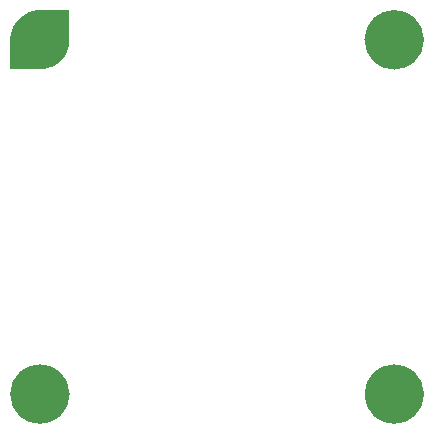
<source format=gts>
%TF.GenerationSoftware,KiCad,Pcbnew,9.0.5*%
%TF.CreationDate,2025-10-03T12:11:06+01:00*%
%TF.ProjectId,mm_rgb_ring,6d6d5f72-6762-45f7-9269-6e672e6b6963,0.4*%
%TF.SameCoordinates,PX8d24d00PY36d6160*%
%TF.FileFunction,Soldermask,Top*%
%TF.FilePolarity,Negative*%
%FSLAX45Y45*%
G04 Gerber Fmt 4.5, Leading zero omitted, Abs format (unit mm)*
G04 Created by KiCad (PCBNEW 9.0.5) date 2025-10-03 12:11:06*
%MOMM*%
%LPD*%
G01*
G04 APERTURE LIST*
%ADD10C,2.500000*%
%ADD11C,0.000000*%
G04 APERTURE END LIST*
%TO.C,MH3*%
D10*
X-1375080Y-1500080D02*
G75*
G02*
X-1625080Y-1500080I-125000J0D01*
G01*
X-1625080Y-1500080D02*
G75*
G02*
X-1375080Y-1500080I125000J0D01*
G01*
%TO.C,MH4*%
X1625000Y-1500000D02*
G75*
G02*
X1375000Y-1500000I-125000J0D01*
G01*
X1375000Y-1500000D02*
G75*
G02*
X1625000Y-1500000I125000J0D01*
G01*
%TO.C,MH2*%
X1625000Y1500000D02*
G75*
G02*
X1375000Y1500000I-125000J0D01*
G01*
X1375000Y1500000D02*
G75*
G02*
X1625000Y1500000I125000J0D01*
G01*
D11*
%TO.C,MH1*%
G36*
X-1250000Y1500000D02*
G01*
X-1250493Y1500000D01*
X-1250493Y1484302D01*
X-1254428Y1453155D01*
X-1262236Y1422746D01*
X-1273793Y1393555D01*
X-1288918Y1366043D01*
X-1307372Y1340644D01*
X-1328863Y1317758D01*
X-1353054Y1297746D01*
X-1379562Y1280923D01*
X-1407969Y1267556D01*
X-1437827Y1257854D01*
X-1468667Y1251971D01*
X-1500000Y1250000D01*
X-1750000Y1250000D01*
X-1750000Y1500000D01*
X-1749507Y1500000D01*
X-1749507Y1515698D01*
X-1745572Y1546845D01*
X-1737764Y1577254D01*
X-1726207Y1606445D01*
X-1711082Y1633957D01*
X-1692628Y1659356D01*
X-1671137Y1682242D01*
X-1646946Y1702254D01*
X-1620438Y1719077D01*
X-1592031Y1732444D01*
X-1562172Y1742146D01*
X-1531333Y1748029D01*
X-1500000Y1750000D01*
X-1250000Y1750000D01*
X-1250000Y1500000D01*
G37*
%TD*%
M02*

</source>
